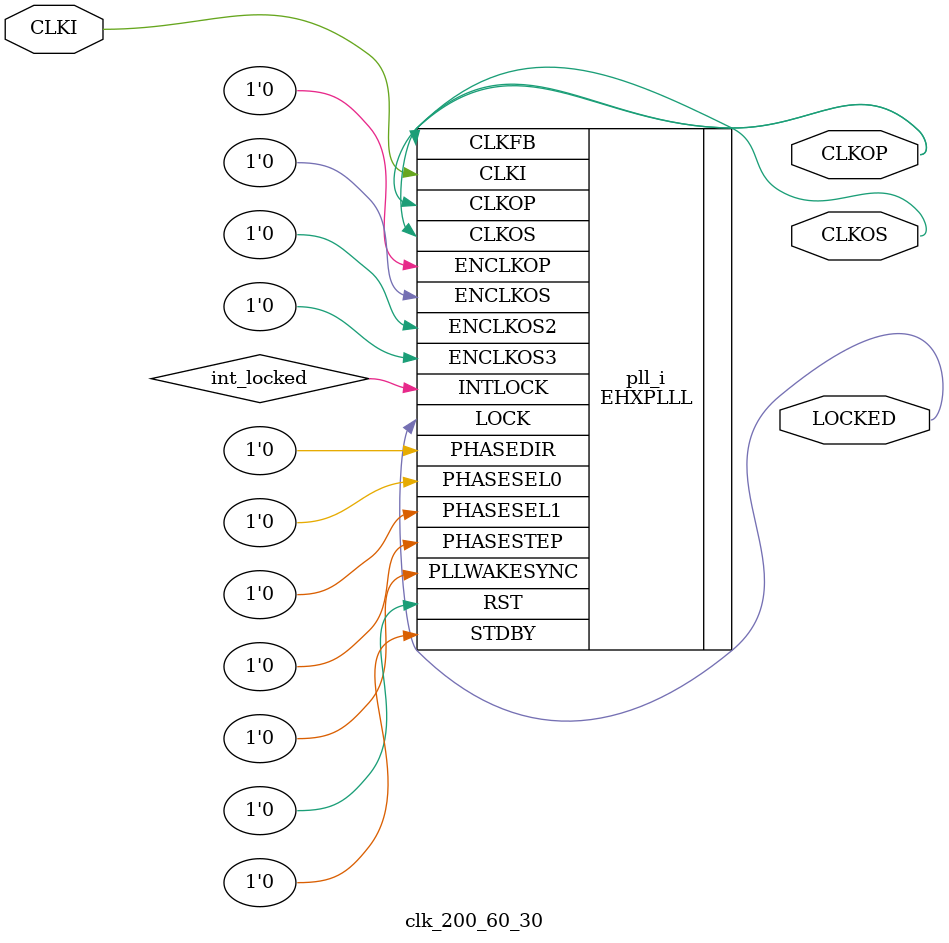
<source format=v>
module clk_200_60_30
(
  input CLKI,
  output CLKOP,
  output CLKOS,
  output LOCKED
);
    wire int_locked;

    (* ICP_CURRENT="5" *) (* LPF_RESISTOR="16" *) (* MFG_ENABLE_FILTEROPAMP="1" *) (* MFG_GMCREF_SEL="2" *)
    EHXPLLL
    #(
        .PLLRST_ENA("DISABLED"),
        .INTFB_WAKE("DISABLED"),
        .STDBY_ENABLE("DISABLED"),
        .DPHASE_SOURCE("DISABLED"),
        .CLKOS_FPHASE(0),
        .CLKOP_FPHASE(0),
        .CLKOS3_CPHASE(0),
        .CLKOS2_CPHASE(0),
        .CLKOS_CPHASE(19),
        .CLKOP_CPHASE(9),
        .OUTDIVIDER_MUXD("DIVD"),
        .OUTDIVIDER_MUXC("DIVC"),
        .OUTDIVIDER_MUXB("DIVB"),
        .OUTDIVIDER_MUXA("DIVA"),
        .CLKOS3_ENABLE("DISABLED"),
        .CLKOS2_ENABLE("DISABLED"),
        .CLKOS_ENABLE("ENABLED"),
        .CLKOP_ENABLE("ENABLED"),
        .CLKOS3_DIV(1),
        .CLKOS2_DIV(1),
        .CLKOS_DIV(20),
        .CLKOP_DIV(10),
        .CLKFB_DIV(3),
        .CLKI_DIV(10),
        .FEEDBK_PATH("CLKOP")
    )
    pll_i
    (
        .CLKI(CLKI),
        .CLKFB(CLKOP),
        .CLKOP(CLKOP),
        .CLKOS(CLKOS),
        //.CLKOS2(CLKOS2), 
        //.CLKOS3(CLKOS3),
        .RST(1'b0),
        .STDBY(1'b0),
        .PHASESEL0(1'b0),
        .PHASESEL1(1'b0),
        .PHASEDIR(1'b0),
        .PHASESTEP(1'b0),
        .PLLWAKESYNC(1'b0),
        .ENCLKOP(1'b0),
        .ENCLKOS(1'b0),
        .ENCLKOS2(1'b0),
        .ENCLKOS3(1'b0),
        .LOCK(LOCKED),
        .INTLOCK(int_locked)
    );
endmodule


</source>
